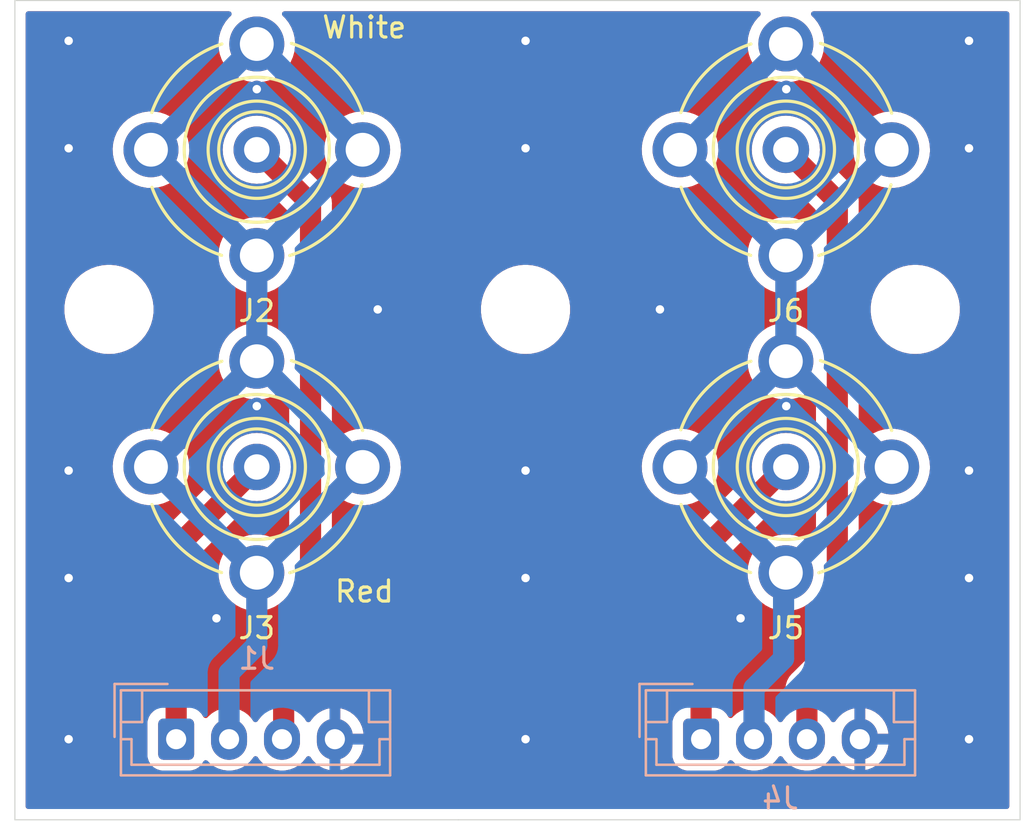
<source format=kicad_pcb>
(kicad_pcb (version 20221018) (generator pcbnew)
  (layers (0 "F.Cu" signal) (31 "B.Cu" signal) (34 "B.Paste" user) (35 "F.Paste" user) (36 "B.SilkS" user "B.Silkscreen") (37 "F.SilkS" user "F.Silkscreen") (38 "B.Mask" user) (39 "F.Mask" user) (44 "Edge.Cuts" user))
  (net 0 "")
  (net 1 "Earth_Clean")
  (net 2 "/Left1")
  (net 3 "/GND1")
  (net 4 "/Right1")
  (net 5 "/Left2")
  (net 6 "/GND2")
  (net 7 "/Right2")
  (footprint "MountingHole:MountingHole_3.2mm_M3" (layer "F.Cu") (at 122.555 82.55)
    (fp_text reference "H1" hide)
    (fp_text value "MountingHole")
    (pad "" np_thru_hole circle (at 0 0) (size 3.2 3.2) (drill 3.2) (layers "*.Cu" "*.Mask"))
  )
  (footprint "Connector_Lumberg:BTOR1" (layer "F.Cu") (at 129.54 75)
    (fp_text reference "J2" (at 0 7.62) (layer "F.SilkS"))
    (fp_text value "In_L1" hide)
    (fp_arc (start -4.962685 -1.759989) (mid -3.68234 -3.763798) (end -1.651 -5) (stroke (width 0.15)) (layer "F.SilkS"))
    (fp_arc (start -1.664135 4.992409) (mid -3.678277 3.763478) (end -4.953 1.778) (stroke (width 0.15)) (layer "F.SilkS"))
    (fp_arc (start 1.635076 -5.031003) (mid 3.705974 -3.774947) (end 5 -1.72756) (stroke (width 0.15)) (layer "F.SilkS"))
    (fp_arc (start 4.968563 1.656188) (mid 3.66696 3.739383) (end 1.55871 5) (stroke (width 0.15)) (layer "F.SilkS"))
    (fp_circle (center 0 0) (end 1.8 0) (stroke (width 0.15)) (fill none) (layer "F.SilkS"))
    (fp_circle (center 0 0) (end 2.3 0) (stroke (width 0.15)) (fill none) (layer "F.SilkS"))
    (fp_circle (center 0 0) (end 3.429 0) (stroke (width 0.15)) (fill none) (layer "F.SilkS"))
    (pad "1" thru_hole circle (at 0 0) (size 2.2 2.2) (drill 1.2) (layers "*.Cu" "*.Mask") (net 2 "/Left1"))
    (pad "2" thru_hole circle (at -5 0) (size 2.6 2.6) (drill 1.6) (layers "*.Cu" "*.Mask") (net 3 "/GND1"))
    (pad "2" thru_hole circle (at 0 -5) (size 2.6 2.6) (drill 1.6) (layers "*.Cu" "*.Mask") (net 3 "/GND1"))
    (pad "2" thru_hole circle (at 0 5) (size 2.6 2.6) (drill 1.6) (layers "*.Cu" "*.Mask") (net 3 "/GND1"))
    (pad "2" thru_hole circle (at 5 0) (size 2.6 2.6) (drill 1.6) (layers "*.Cu" "*.Mask") (net 3 "/GND1"))
  )
  (footprint "Connector_Lumberg:BTOR1" (layer "F.Cu") (at 129.54 90)
    (fp_text reference "J3" (at 0 7.62) (layer "F.SilkS"))
    (fp_text value "In_R1" hide)
    (fp_arc (start -4.962685 -1.759989) (mid -3.68234 -3.763798) (end -1.651 -5) (stroke (width 0.15)) (layer "F.SilkS"))
    (fp_arc (start -1.664135 4.992409) (mid -3.678277 3.763478) (end -4.953 1.778) (stroke (width 0.15)) (layer "F.SilkS"))
    (fp_arc (start 1.635076 -5.031003) (mid 3.705974 -3.774947) (end 5 -1.72756) (stroke (width 0.15)) (layer "F.SilkS"))
    (fp_arc (start 4.968563 1.656188) (mid 3.66696 3.739383) (end 1.55871 5) (stroke (width 0.15)) (layer "F.SilkS"))
    (fp_circle (center 0 0) (end 1.8 0) (stroke (width 0.15)) (fill none) (layer "F.SilkS"))
    (fp_circle (center 0 0) (end 2.3 0) (stroke (width 0.15)) (fill none) (layer "F.SilkS"))
    (fp_circle (center 0 0) (end 3.429 0) (stroke (width 0.15)) (fill none) (layer "F.SilkS"))
    (pad "1" thru_hole circle (at 0 0) (size 2.2 2.2) (drill 1.2) (layers "*.Cu" "*.Mask") (net 4 "/Right1"))
    (pad "2" thru_hole circle (at -5 0) (size 2.6 2.6) (drill 1.6) (layers "*.Cu" "*.Mask") (net 3 "/GND1"))
    (pad "2" thru_hole circle (at 0 -5) (size 2.6 2.6) (drill 1.6) (layers "*.Cu" "*.Mask") (net 3 "/GND1"))
    (pad "2" thru_hole circle (at 0 5) (size 2.6 2.6) (drill 1.6) (layers "*.Cu" "*.Mask") (net 3 "/GND1"))
    (pad "2" thru_hole circle (at 5 0) (size 2.6 2.6) (drill 1.6) (layers "*.Cu" "*.Mask") (net 3 "/GND1"))
  )
  (footprint "MountingHole:MountingHole_3.2mm_M3" (layer "F.Cu") (at 142.24 82.55)
    (fp_text reference "H2" hide)
    (fp_text value "MountingHole")
    (pad "" np_thru_hole circle (at 0 0) (size 3.2 3.2) (drill 3.2) (layers "*.Cu" "*.Mask"))
  )
  (footprint "MountingHole:MountingHole_3.2mm_M3" (layer "F.Cu") (at 160.655 82.55)
    (fp_text reference "H3" hide)
    (fp_text value "MountingHole")
    (pad "" np_thru_hole circle (at 0 0) (size 3.2 3.2) (drill 3.2) (layers "*.Cu" "*.Mask"))
  )
  (footprint "Connector_Lumberg:BTOR1" (layer "F.Cu") (at 154.54 90)
    (fp_text reference "J5" (at 0 7.62) (layer "F.SilkS"))
    (fp_text value "In_R2" hide)
    (fp_arc (start -4.962685 -1.759989) (mid -3.68234 -3.763798) (end -1.651 -5) (stroke (width 0.15)) (layer "F.SilkS"))
    (fp_arc (start -1.664135 4.992409) (mid -3.678277 3.763478) (end -4.953 1.778) (stroke (width 0.15)) (layer "F.SilkS"))
    (fp_arc (start 1.635076 -5.031003) (mid 3.705974 -3.774947) (end 5 -1.72756) (stroke (width 0.15)) (layer "F.SilkS"))
    (fp_arc (start 4.968563 1.656188) (mid 3.66696 3.739383) (end 1.55871 5) (stroke (width 0.15)) (layer "F.SilkS"))
    (fp_circle (center 0 0) (end 1.8 0) (stroke (width 0.15)) (fill none) (layer "F.SilkS"))
    (fp_circle (center 0 0) (end 2.3 0) (stroke (width 0.15)) (fill none) (layer "F.SilkS"))
    (fp_circle (center 0 0) (end 3.429 0) (stroke (width 0.15)) (fill none) (layer "F.SilkS"))
    (pad "1" thru_hole circle (at 0 0) (size 2.2 2.2) (drill 1.2) (layers "*.Cu" "*.Mask") (net 7 "/Right2"))
    (pad "2" thru_hole circle (at -5 0) (size 2.6 2.6) (drill 1.6) (layers "*.Cu" "*.Mask") (net 6 "/GND2"))
    (pad "2" thru_hole circle (at 0 -5) (size 2.6 2.6) (drill 1.6) (layers "*.Cu" "*.Mask") (net 6 "/GND2"))
    (pad "2" thru_hole circle (at 0 5) (size 2.6 2.6) (drill 1.6) (layers "*.Cu" "*.Mask") (net 6 "/GND2"))
    (pad "2" thru_hole circle (at 5 0) (size 2.6 2.6) (drill 1.6) (layers "*.Cu" "*.Mask") (net 6 "/GND2"))
  )
  (footprint "Connector_Lumberg:BTOR1" (layer "F.Cu") (at 154.54 75)
    (fp_text reference "J6" (at 0 7.62) (layer "F.SilkS"))
    (fp_text value "In_L2" hide)
    (fp_arc (start -4.962685 -1.759989) (mid -3.68234 -3.763798) (end -1.651 -5) (stroke (width 0.15)) (layer "F.SilkS"))
    (fp_arc (start -1.664135 4.992409) (mid -3.678277 3.763478) (end -4.953 1.778) (stroke (width 0.15)) (layer "F.SilkS"))
    (fp_arc (start 1.635076 -5.031003) (mid 3.705974 -3.774947) (end 5 -1.72756) (stroke (width 0.15)) (layer "F.SilkS"))
    (fp_arc (start 4.968563 1.656188) (mid 3.66696 3.739383) (end 1.55871 5) (stroke (width 0.15)) (layer "F.SilkS"))
    (fp_circle (center 0 0) (end 1.8 0) (stroke (width 0.15)) (fill none) (layer "F.SilkS"))
    (fp_circle (center 0 0) (end 2.3 0) (stroke (width 0.15)) (fill none) (layer "F.SilkS"))
    (fp_circle (center 0 0) (end 3.429 0) (stroke (width 0.15)) (fill none) (layer "F.SilkS"))
    (pad "1" thru_hole circle (at 0 0) (size 2.2 2.2) (drill 1.2) (layers "*.Cu" "*.Mask") (net 5 "/Left2"))
    (pad "2" thru_hole circle (at -5 0) (size 2.6 2.6) (drill 1.6) (layers "*.Cu" "*.Mask") (net 6 "/GND2"))
    (pad "2" thru_hole circle (at 0 -5) (size 2.6 2.6) (drill 1.6) (layers "*.Cu" "*.Mask") (net 6 "/GND2"))
    (pad "2" thru_hole circle (at 0 5) (size 2.6 2.6) (drill 1.6) (layers "*.Cu" "*.Mask") (net 6 "/GND2"))
    (pad "2" thru_hole circle (at 5 0) (size 2.6 2.6) (drill 1.6) (layers "*.Cu" "*.Mask") (net 6 "/GND2"))
  )
  (footprint "Connector_JST:JST_EH_B4B-EH-A_1x04_P2.50mm_Vertical" (layer "B.Cu") (at 125.73 102.87)
    (fp_text reference "J1" (at 3.81 -3.81) (layer "B.SilkS") (effects (justify mirror)))
    (fp_text value "Out")
    (fp_line (start -2.91 -2.61) (end -0.41 -2.61) (stroke (width 0.12)) (layer "B.SilkS"))
    (fp_line (start -2.91 -0.11) (end -2.91 -2.61) (stroke (width 0.12)) (layer "B.SilkS"))
    (fp_line (start -2.61 -2.31) (end 10.11 -2.31) (stroke (width 0.12)) (layer "B.SilkS"))
    (fp_line (start -2.61 -0.81) (end -1.61 -0.81) (stroke (width 0.12)) (layer "B.SilkS"))
    (fp_line (start -2.61 0) (end -2.11 0) (stroke (width 0.12)) (layer "B.SilkS"))
    (fp_line (start -2.61 1.71) (end -2.61 -2.31) (stroke (width 0.12)) (layer "B.SilkS"))
    (fp_line (start -2.11 0) (end -2.11 1.21) (stroke (width 0.12)) (layer "B.SilkS"))
    (fp_line (start -2.11 1.21) (end 9.61 1.21) (stroke (width 0.12)) (layer "B.SilkS"))
    (fp_line (start -1.61 -0.81) (end -1.61 -2.31) (stroke (width 0.12)) (layer "B.SilkS"))
    (fp_line (start 9.11 -0.81) (end 9.11 -2.31) (stroke (width 0.12)) (layer "B.SilkS"))
    (fp_line (start 9.61 0) (end 10.11 0) (stroke (width 0.12)) (layer "B.SilkS"))
    (fp_line (start 9.61 1.21) (end 9.61 0) (stroke (width 0.12)) (layer "B.SilkS"))
    (fp_line (start 10.11 -2.31) (end 10.11 1.71) (stroke (width 0.12)) (layer "B.SilkS"))
    (fp_line (start 10.11 -0.81) (end 9.11 -0.81) (stroke (width 0.12)) (layer "B.SilkS"))
    (fp_line (start 10.11 1.71) (end -2.61 1.71) (stroke (width 0.12)) (layer "B.SilkS"))
    (pad "1" thru_hole roundrect (at 0 0) (size 1.7 1.95) (drill 0.95) (layers "*.Cu" "*.Mask") (roundrect_rratio 0.147059) (net 4 "/Right1"))
    (pad "2" thru_hole oval (at 2.5 0) (size 1.7 1.95) (drill 0.95) (layers "*.Cu" "*.Mask") (net 3 "/GND1"))
    (pad "3" thru_hole oval (at 5 0) (size 1.7 1.95) (drill 0.95) (layers "*.Cu" "*.Mask") (net 2 "/Left1"))
    (pad "4" thru_hole oval (at 7.5 0) (size 1.7 1.95) (drill 0.95) (layers "*.Cu" "*.Mask") (net 1 "Earth_Clean"))
  )
  (footprint "Connector_JST:JST_EH_B4B-EH-A_1x04_P2.50mm_Vertical" (layer "B.Cu") (at 150.535 102.87)
    (fp_text reference "J4" (at 3.75 2.8) (layer "B.SilkS") (effects (justify mirror)))
    (fp_text value "Out")
    (fp_line (start -2.91 -2.61) (end -0.41 -2.61) (stroke (width 0.12)) (layer "B.SilkS"))
    (fp_line (start -2.91 -0.11) (end -2.91 -2.61) (stroke (width 0.12)) (layer "B.SilkS"))
    (fp_line (start -2.61 -2.31) (end 10.11 -2.31) (stroke (width 0.12)) (layer "B.SilkS"))
    (fp_line (start -2.61 -0.81) (end -1.61 -0.81) (stroke (width 0.12)) (layer "B.SilkS"))
    (fp_line (start -2.61 0) (end -2.11 0) (stroke (width 0.12)) (layer "B.SilkS"))
    (fp_line (start -2.61 1.71) (end -2.61 -2.31) (stroke (width 0.12)) (layer "B.SilkS"))
    (fp_line (start -2.11 0) (end -2.11 1.21) (stroke (width 0.12)) (layer "B.SilkS"))
    (fp_line (start -2.11 1.21) (end 9.61 1.21) (stroke (width 0.12)) (layer "B.SilkS"))
    (fp_line (start -1.61 -0.81) (end -1.61 -2.31) (stroke (width 0.12)) (layer "B.SilkS"))
    (fp_line (start 9.11 -0.81) (end 9.11 -2.31) (stroke (width 0.12)) (layer "B.SilkS"))
    (fp_line (start 9.61 0) (end 10.11 0) (stroke (width 0.12)) (layer "B.SilkS"))
    (fp_line (start 9.61 1.21) (end 9.61 0) (stroke (width 0.12)) (layer "B.SilkS"))
    (fp_line (start 10.11 -2.31) (end 10.11 1.71) (stroke (width 0.12)) (layer "B.SilkS"))
    (fp_line (start 10.11 -0.81) (end 9.11 -0.81) (stroke (width 0.12)) (layer "B.SilkS"))
    (fp_line (start 10.11 1.71) (end -2.61 1.71) (stroke (width 0.12)) (layer "B.SilkS"))
    (pad "1" thru_hole roundrect (at 0 0) (size 1.7 1.95) (drill 0.95) (layers "*.Cu" "*.Mask") (roundrect_rratio 0.147059) (net 7 "/Right2"))
    (pad "2" thru_hole oval (at 2.5 0) (size 1.7 1.95) (drill 0.95) (layers "*.Cu" "*.Mask") (net 6 "/GND2"))
    (pad "3" thru_hole oval (at 5 0) (size 1.7 1.95) (drill 0.95) (layers "*.Cu" "*.Mask") (net 5 "/Left2"))
    (pad "4" thru_hole oval (at 7.5 0) (size 1.7 1.95) (drill 0.95) (layers "*.Cu" "*.Mask") (net 1 "Earth_Clean"))
  )
  (gr_line (start 139.065 67.945) (end 165.608 67.945) (stroke (width 0.05)) (layer "Edge.Cuts"))
  (gr_line (start 165.608 68.072) (end 165.608 67.945) (stroke (width 0.05)) (layer "Edge.Cuts"))
  (gr_line (start 139.065 106.68) (end 165.608 106.68) (stroke (width 0.05)) (layer "Edge.Cuts"))
  (gr_line (start 118.11 106.68) (end 139.065 106.68) (stroke (width 0.05)) (layer "Edge.Cuts"))
  (gr_line (start 129.54 67.945) (end 118.11 67.945) (stroke (width 0.05)) (layer "Edge.Cuts"))
  (gr_line (start 165.608 106.68) (end 165.608 68.072) (stroke (width 0.05)) (layer "Edge.Cuts"))
  (gr_line (start 139.065 67.945) (end 129.54 67.945) (stroke (width 0.05)) (layer "Edge.Cuts"))
  (gr_line (start 118.11 67.945) (end 118.11 106.68) (stroke (width 0.05)) (layer "Edge.Cuts"))
  (gr_text "Red" (at 134.62 95.885) (layer "F.SilkS") (effects (font (size 1 1))))
  (gr_text "White" (at 134.62 69.215) (layer "F.SilkS") (effects (font (size 1 1))))
  (via (at 154.559 87.122) (size 0.8) (drill 0.4) (layers "F.Cu" "B.Cu") (net 1))
  (via (at 142.24 95.25) (size 0.8) (drill 0.4) (layers "F.Cu" "B.Cu") (net 1))
  (via (at 148.59 82.55) (size 0.8) (drill 0.4) (layers "F.Cu" "B.Cu") (net 1))
  (via (at 120.65 95.25) (size 0.8) (drill 0.4) (layers "F.Cu" "B.Cu") (net 1))
  (via (at 120.65 90.17) (size 0.8) (drill 0.4) (layers "F.Cu" "B.Cu") (net 1))
  (via (at 120.65 102.87) (size 0.8) (drill 0.4) (layers "F.Cu" "B.Cu") (net 1))
  (via (at 142.24 102.87) (size 0.8) (drill 0.4) (layers "F.Cu" "B.Cu") (net 1))
  (via (at 142.24 74.93) (size 0.8) (drill 0.4) (layers "F.Cu" "B.Cu") (net 1))
  (via (at 163.195 90.17) (size 0.8) (drill 0.4) (layers "F.Cu" "B.Cu") (net 1))
  (via (at 135.255 82.55) (size 0.8) (drill 0.4) (layers "F.Cu" "B.Cu") (net 1))
  (via (at 163.195 102.87) (size 0.8) (drill 0.4) (layers "F.Cu" "B.Cu") (net 1))
  (via (at 163.195 74.93) (size 0.8) (drill 0.4) (layers "F.Cu" "B.Cu") (net 1))
  (via (at 120.65 74.93) (size 0.8) (drill 0.4) (layers "F.Cu" "B.Cu") (net 1))
  (via (at 163.195 69.85) (size 0.8) (drill 0.4) (layers "F.Cu" "B.Cu") (net 1))
  (via (at 152.4 97.155) (size 0.8) (drill 0.4) (layers "F.Cu" "B.Cu") (net 1))
  (via (at 129.54 72.136) (size 0.8) (drill 0.4) (layers "F.Cu" "B.Cu") (net 1))
  (via (at 120.65 69.85) (size 0.8) (drill 0.4) (layers "F.Cu" "B.Cu") (net 1))
  (via (at 154.559 72.136) (size 0.8) (drill 0.4) (layers "F.Cu" "B.Cu") (net 1))
  (via (at 163.195 95.25) (size 0.8) (drill 0.4) (layers "F.Cu" "B.Cu") (net 1))
  (via (at 142.24 69.85) (size 0.8) (drill 0.4) (layers "F.Cu" "B.Cu") (net 1))
  (via (at 127.635 97.155) (size 0.8) (drill 0.4) (layers "F.Cu" "B.Cu") (net 1))
  (via (at 129.54 87.122) (size 0.8) (drill 0.4) (layers "F.Cu" "B.Cu") (net 1))
  (via (at 142.24 90.17) (size 0.8) (drill 0.4) (layers "F.Cu" "B.Cu") (net 1))
  (segment (start 129.54 75) (end 132.08 77.54) (width 1) (layer "F.Cu") (net 2))
  (segment (start 130.81 102.79) (end 130.73 102.87) (width 1) (layer "F.Cu") (net 2))
  (segment (start 132.08 77.54) (end 132.08 99.06) (width 1) (layer "F.Cu") (net 2))
  (segment (start 132.08 99.06) (end 130.81 100.33) (width 1) (layer "F.Cu") (net 2))
  (segment (start 130.81 100.33) (end 130.81 102.79) (width 1) (layer "F.Cu") (net 2))
  (segment (start 129.54 70) (end 124.54 75) (width 1) (layer "B.Cu") (net 3))
  (segment (start 128.23 99.735) (end 128.23 102.87) (width 1) (layer "B.Cu") (net 3))
  (segment (start 129.54 95) (end 129.54 98.425) (width 1) (layer "B.Cu") (net 3))
  (segment (start 129.54 70) (end 134.54 75) (width 1) (layer "B.Cu") (net 3))
  (segment (start 134.54 90) (end 129.54 95) (width 1) (layer "B.Cu") (net 3))
  (segment (start 129.54 85) (end 134.54 90) (width 1) (layer "B.Cu") (net 3))
  (segment (start 124.54 75) (end 129.54 80) (width 1) (layer "B.Cu") (net 3))
  (segment (start 124.54 90) (end 129.54 95) (width 1) (layer "B.Cu") (net 3))
  (segment (start 129.54 98.425) (end 128.23 99.735) (width 1) (layer "B.Cu") (net 3))
  (segment (start 129.54 85) (end 124.54 90) (width 1) (layer "B.Cu") (net 3))
  (segment (start 129.54 85) (end 129.54 80) (width 1) (layer "B.Cu") (net 3))
  (segment (start 129.54 80) (end 134.54 75) (width 1) (layer "B.Cu") (net 3))
  (segment (start 125.73 102.87) (end 125.73 93.81) (width 1) (layer "F.Cu") (net 4))
  (segment (start 125.73 93.81) (end 129.54 90) (width 1) (layer "F.Cu") (net 4))
  (segment (start 155.535 100.497) (end 156.972 99.06) (width 1) (layer "F.Cu") (net 5))
  (segment (start 156.972 99.06) (end 156.972 77.432) (width 1) (layer "F.Cu") (net 5))
  (segment (start 155.535 102.87) (end 155.535 100.497) (width 1) (layer "F.Cu") (net 5))
  (segment (start 156.972 77.432) (end 154.54 75) (width 1) (layer "F.Cu") (net 5))
  (segment (start 154.54 70) (end 159.54 75) (width 1) (layer "B.Cu") (net 6))
  (segment (start 154.54 95) (end 154.432 95.108) (width 1) (layer "B.Cu") (net 6))
  (segment (start 154.54 70) (end 149.54 75) (width 1) (layer "B.Cu") (net 6))
  (segment (start 154.54 85) (end 154.54 80) (width 1) (layer "B.Cu") (net 6))
  (segment (start 154.432 95.108) (end 154.432 99.06) (width 1) (layer "B.Cu") (net 6))
  (segment (start 154.54 95) (end 159.54 90) (width 1) (layer "B.Cu") (net 6))
  (segment (start 154.432 99.06) (end 153.035 100.457) (width 1) (layer "B.Cu") (net 6))
  (segment (start 149.54 90) (end 154.54 85) (width 1) (layer "B.Cu") (net 6))
  (segment (start 154.54 80) (end 149.54 75) (width 1) (layer "B.Cu") (net 6))
  (segment (start 159.54 75) (end 154.54 80) (width 1) (layer "B.Cu") (net 6))
  (segment (start 159.54 90) (end 154.54 85) (width 1) (layer "B.Cu") (net 6))
  (segment (start 153.035 100.457) (end 153.035 102.87) (width 1) (layer "B.Cu") (net 6))
  (segment (start 149.54 90) (end 154.54 95) (width 1) (layer "B.Cu") (net 6))
  (segment (start 150.535 102.87) (end 150.535 94.005) (width 1) (layer "F.Cu") (net 7))
  (segment (start 150.535 94.005) (end 154.54 90) (width 1) (layer "F.Cu") (net 7))
  (zone (net 1) (net_name "Earth_Clean") (layer "F.Cu") (connect_pads (clearance 0.508)) (min_thickness 0.254) (fill yes (thermal_gap 0.508) (thermal_bridge_width 0.508))
    (polygon (pts (xy 165.608 106.68) (xy 118.11 106.68) (xy 118.11 67.945) (xy 165.608 68.072)))
  )
  (zone (net 1) (net_name "Earth_Clean") (layer "B.Cu") (connect_pads (clearance 0.508)) (min_thickness 0.254) (fill yes (thermal_gap 0.508) (thermal_bridge_width 0.508))
    (polygon (pts (xy 165.608 106.7435) (xy 118.11 106.68) (xy 118.11 67.945) (xy 165.608 68.0085)))
  )
)
</source>
